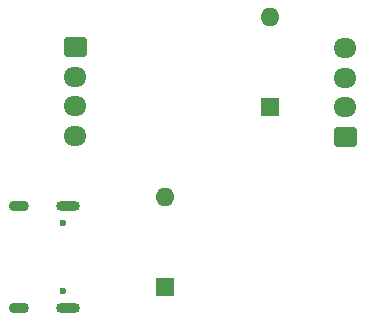
<source format=gbr>
%TF.GenerationSoftware,KiCad,Pcbnew,(5.1.10)-1*%
%TF.CreationDate,2025-08-18T11:18:52+09:00*%
%TF.ProjectId,TA_01,54415f30-312e-46b6-9963-61645f706362,rev?*%
%TF.SameCoordinates,Original*%
%TF.FileFunction,Soldermask,Bot*%
%TF.FilePolarity,Negative*%
%FSLAX46Y46*%
G04 Gerber Fmt 4.6, Leading zero omitted, Abs format (unit mm)*
G04 Created by KiCad (PCBNEW (5.1.10)-1) date 2025-08-18 11:18:52*
%MOMM*%
%LPD*%
G01*
G04 APERTURE LIST*
%ADD10C,0.600000*%
%ADD11O,1.700000X0.900000*%
%ADD12O,2.000000X0.900000*%
%ADD13O,1.950000X1.700000*%
%ADD14O,1.600000X1.600000*%
%ADD15R,1.600000X1.600000*%
G04 APERTURE END LIST*
D10*
%TO.C,J3*%
X97970000Y-111410000D03*
X97970000Y-117190000D03*
D11*
X94280000Y-118620000D03*
X94280000Y-109980000D03*
D12*
X98450000Y-118620000D03*
X98450000Y-109980000D03*
%TD*%
D13*
%TO.C,J2*%
X121920000Y-96640000D03*
X121920000Y-99140000D03*
X121920000Y-101640000D03*
G36*
G01*
X122645000Y-104990000D02*
X121195000Y-104990000D01*
G75*
G02*
X120945000Y-104740000I0J250000D01*
G01*
X120945000Y-103540000D01*
G75*
G02*
X121195000Y-103290000I250000J0D01*
G01*
X122645000Y-103290000D01*
G75*
G02*
X122895000Y-103540000I0J-250000D01*
G01*
X122895000Y-104740000D01*
G75*
G02*
X122645000Y-104990000I-250000J0D01*
G01*
G37*
%TD*%
%TO.C,J1*%
X99060000Y-104020000D03*
X99060000Y-101520000D03*
X99060000Y-99020000D03*
G36*
G01*
X98335000Y-95670000D02*
X99785000Y-95670000D01*
G75*
G02*
X100035000Y-95920000I0J-250000D01*
G01*
X100035000Y-97120000D01*
G75*
G02*
X99785000Y-97370000I-250000J0D01*
G01*
X98335000Y-97370000D01*
G75*
G02*
X98085000Y-97120000I0J250000D01*
G01*
X98085000Y-95920000D01*
G75*
G02*
X98335000Y-95670000I250000J0D01*
G01*
G37*
%TD*%
D14*
%TO.C,D3*%
X106680000Y-109220000D03*
D15*
X106680000Y-116840000D03*
%TD*%
D14*
%TO.C,D1*%
X115570000Y-93980000D03*
D15*
X115570000Y-101600000D03*
%TD*%
M02*

</source>
